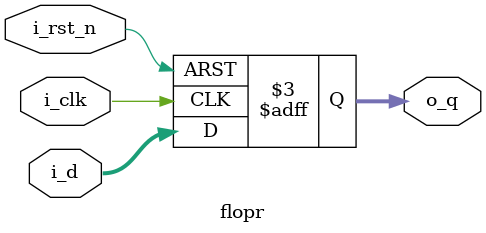
<source format=sv>
/**
    PBL3 - RISC-V Single Cycle Processor  
    Resettable Flip-Flop Module

    File name: flopr.sv

    Objective:
        Implement a parameterized-width flip-flop with asynchronous active-low reset.
        Provides basic sequential storage element for the processor datapath.

        A parameterized width flip-flop with asynchronous active-low reset

    Specification:
        - Configurable data width via parameter
        - Positive-edge triggered
        - Asynchronous active-low reset
        - Reset clears all bits to 0
        - Fully synthesizable

    Functional Diagram:

                       +------------------+
        i_d[W-1:0] -->|                  |
        i_clk      -->|                  |--> o_q[W-1:0]
        i_rst_n    -->|     FLOPR        |
                       +------------------+

    Parameters:
        P_WIDTH - Data width in bits (default = 32)

    Inputs:
        i_clk     - Clock signal (positive edge triggered)
        i_rst_n   - Asynchronous active-low reset
        i_d       - Data input (width = P_WIDTH)

    Outputs:
        o_q       - Registered output (width = P_WIDTH)

    Timing Characteristics:
        - Setup time: Data must be stable before clock rising edge
        - Hold time: Data must remain stable after clock rising edge
        - Reset recovery: Reset must be deasserted sufficiently before clock edge

    Operation:
        - On reset (i_rst_n=0): Output clears to 0
        - On clock rising edge: Output updates to input value
        - Otherwise: Output maintains previous value

    Typical Usage:
        - Program counter register
        - Pipeline registers
        - State machine state storage
**/

//----------------------------------------------------------------------------- 
// Resettable Flip-Flop Module
//-----------------------------------------------------------------------------
`timescale 1ns / 1ps  // Set simulation time unit to 1ns, precision to 1ps
module flopr #(
    parameter P_WIDTH = 32  // Default width is 32 bits (configurable)
)(
    input  logic               i_clk,    // Clock input
    input  logic               i_rst_n,  // Active-low asynchronous reset
    input  logic [P_WIDTH-1:0] i_d,      // Data input
    output logic [P_WIDTH-1:0] o_q       // Data output (registered)
);

    // Sequential logic block triggered on clock rising edge or reset falling edge
    always_ff @(posedge i_clk or negedge i_rst_n) begin
        // Reset condition (active low)
        if (!i_rst_n)
            o_q <= '0;  // Clear all bits when reset is active
        else
            o_q <= i_d; // On clock edge, pass input to output
    end

endmodule
</source>
